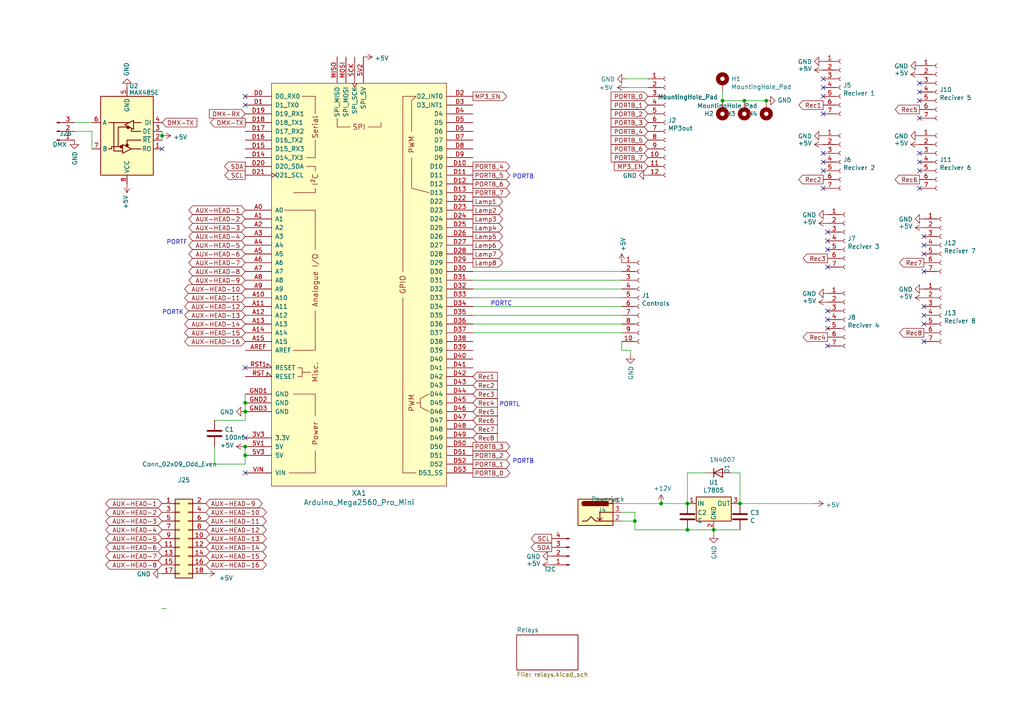
<source format=kicad_sch>
(kicad_sch (version 20230121) (generator eeschema)
  (paper "A4")
  (title_block (title "Quiz Buzzer") (date "2023-04-04") (rev "V0.1.3") (company "Tobin Stage") (comment 1 "By TwinTurbo"))
  (lib_symbols
    (symbol "Connector:Barrel_Jack_Switch" (pin_names hide)
      (property "Reference" "J" (at 0 5.334 0))
      (property "Value" "Barrel_Jack_Switch" (at 0 -5.08 0))
      (symbol "Barrel_Jack_Switch_1_1"
        (pin passive line (at 7.62 2.54 180) (length 2.54) (name "~") (number "1"))
        (pin passive line (at 7.62 -2.54 180) (length 2.54) (name "~") (number "2"))
        (pin passive line (at 7.62 0 180) (length 2.54) (name "~") (number "3"))
      )
    )
    (symbol "Connector:Conn_01x03_Pin" (pin_names (offset 1.016) hide)
      (property "Reference" "J" (at 0 5.08 0))
      (property "Value" "Conn_01x03_Pin" (at 0 -5.08 0))
      (symbol "Conn_01x03_Pin_1_1"
        (pin passive line (at 5.08 2.54 180) (length 3.81) (name "Pin_1") (number "1"))
        (pin passive line (at 5.08 0 180) (length 3.81) (name "Pin_2") (number "2"))
        (pin passive line (at 5.08 -2.54 180) (length 3.81) (name "Pin_3") (number "3"))
      )
    )
    (symbol "Connector:Conn_01x04_Pin" (pin_names (offset 1.016) hide)
      (property "Reference" "J" (at 0 5.08 0))
      (property "Value" "Conn_01x04_Pin" (at 0 -7.62 0))
      (symbol "Conn_01x04_Pin_1_1"
        (pin passive line (at 5.08 2.54 180) (length 3.81) (name "Pin_1") (number "1"))
        (pin passive line (at 5.08 0 180) (length 3.81) (name "Pin_2") (number "2"))
        (pin passive line (at 5.08 -2.54 180) (length 3.81) (name "Pin_3") (number "3"))
        (pin passive line (at 5.08 -5.08 180) (length 3.81) (name "Pin_4") (number "4"))
      )
    )
    (symbol "Connector_Generic:Conn_02x09_Odd_Even" (pin_names (offset 1.016) hide)
      (property "Reference" "J" (at 1.27 12.7 0))
      (property "Value" "Conn_02x09_Odd_Even" (at 1.27 -12.7 0))
      (symbol "Conn_02x09_Odd_Even_1_1"
        (pin passive line (at -5.08 10.16 0) (length 3.81) (name "Pin_1") (number "1"))
        (pin passive line (at 7.62 0 180) (length 3.81) (name "Pin_10") (number "10"))
        (pin passive line (at -5.08 -2.54 0) (length 3.81) (name "Pin_11") (number "11"))
        (pin passive line (at 7.62 -2.54 180) (length 3.81) (name "Pin_12") (number "12"))
        (pin passive line (at -5.08 -5.08 0) (length 3.81) (name "Pin_13") (number "13"))
        (pin passive line (at 7.62 -5.08 180) (length 3.81) (name "Pin_14") (number "14"))
        (pin passive line (at -5.08 -7.62 0) (length 3.81) (name "Pin_15") (number "15"))
        (pin passive line (at 7.62 -7.62 180) (length 3.81) (name "Pin_16") (number "16"))
        (pin passive line (at -5.08 -10.16 0) (length 3.81) (name "Pin_17") (number "17"))
        (pin passive line (at 7.62 -10.16 180) (length 3.81) (name "Pin_18") (number "18"))
        (pin passive line (at 7.62 10.16 180) (length 3.81) (name "Pin_2") (number "2"))
        (pin passive line (at -5.08 7.62 0) (length 3.81) (name "Pin_3") (number "3"))
        (pin passive line (at 7.62 7.62 180) (length 3.81) (name "Pin_4") (number "4"))
        (pin passive line (at -5.08 5.08 0) (length 3.81) (name "Pin_5") (number "5"))
        (pin passive line (at 7.62 5.08 180) (length 3.81) (name "Pin_6") (number "6"))
        (pin passive line (at -5.08 2.54 0) (length 3.81) (name "Pin_7") (number "7"))
        (pin passive line (at 7.62 2.54 180) (length 3.81) (name "Pin_8") (number "8"))
        (pin passive line (at -5.08 0 0) (length 3.81) (name "Pin_9") (number "9"))
      )
    )
    (symbol "Device:C" (pin_numbers hide) (pin_names (offset 0.254))
      (property "Reference" "C" (at 0.635 2.54 0))
      (property "Value" "C" (at 0.635 -2.54 0))
      (symbol "C_1_1"
        (pin passive line (at 0 3.81 270) (length 2.794) (name "~") (number "1"))
        (pin passive line (at 0 -3.81 90) (length 2.794) (name "~") (number "2"))
      )
    )
    (symbol "Diode:1N4007" (pin_numbers hide) (pin_names hide)
      (property "Reference" "D" (at 0 2.54 0))
      (property "Value" "1N4007" (at 0 -2.54 0))
      (symbol "1N4007_1_1"
        (pin passive line (at -3.81 0 0) (length 2.54) (name "K") (number "1"))
        (pin passive line (at 3.81 0 180) (length 2.54) (name "A") (number "2"))
      )
    )
    (symbol "Interface_UART:MAX485E"
      (property "Reference" "U" (at -6.096 11.43 0))
      (property "Value" "MAX485E" (at 0.762 11.43 0))
      (symbol "MAX485E_1_1"
        (pin output line (at -10.16 2.54 0) (length 2.54) (name "RO") (number "1"))
        (pin input line (at -10.16 0 0) (length 2.54) (name "~{RE}") (number "2"))
        (pin input line (at -10.16 -2.54 0) (length 2.54) (name "DE") (number "3"))
        (pin input line (at -10.16 -5.08 0) (length 2.54) (name "DI") (number "4"))
        (pin power_in line (at 0 -15.24 90) (length 2.54) (name "GND") (number "5"))
        (pin bidirectional line (at 10.16 -5.08 180) (length 2.54) (name "A") (number "6"))
        (pin bidirectional line (at 10.16 2.54 180) (length 2.54) (name "B") (number "7"))
        (pin power_in line (at 0 12.7 270) (length 2.54) (name "VCC") (number "8"))
      )
    )
    (symbol "Mechanical:MountingHole_Pad" (pin_numbers hide) (pin_names (offset 1.016) hide)
      (property "Reference" "H" (at 0 6.35 0))
      (property "Value" "MountingHole_Pad" (at 0 4.445 0))
      (symbol "MountingHole_Pad_1_1"
        (pin input line (at 0 -2.54 90) (length 2.54) (name "1") (number "1"))
      )
    )
    (symbol "Regulator_Linear:L7805" (pin_names (offset 0.254))
      (property "Reference" "U" (at -3.81 3.175 0))
      (property "Value" "L7805" (at 0 3.175 0))
      (symbol "L7805_1_1"
        (pin power_in line (at -7.62 0 0) (length 2.54) (name "IN") (number "1"))
        (pin power_in line (at 0 -7.62 90) (length 2.54) (name "GND") (number "2"))
        (pin power_out line (at 7.62 0 180) (length 2.54) (name "OUT") (number "3"))
      )
    )
    (symbol "power:+12V" (power) (pin_names (offset 0))
      (property "Value" "+12V" (at 0 3.556 0))
      (symbol "+12V_1_1"
        (pin power_in line (at 0 0 90) (length 0) hide (name "+12V") (number "1"))
      )
    )
    (symbol "power:+5V" (power) (pin_names (offset 0))
      (property "Value" "+5V" (at 0 3.556 0))
      (symbol "+5V_1_1"
        (pin power_in line (at 0 0 90) (length 0) hide (name "+5V") (number "1"))
      )
    )
    (symbol "power:GND" (power) (pin_names (offset 0))
      (property "Value" "GND" (at 0 -3.81 0))
      (symbol "GND_1_1"
        (pin power_in line (at 0 0 270) (length 0) hide (name "GND") (number "1"))
      )
    )
    (symbol "quizbuzzer-rescue:Arduino_Mega2560_Pro_Mini-AA-ROBSCH" (pin_names (offset 1.016))
      (property "Reference" "XA1" (at 0 -60.4774 0))
      (property "Value" "Arduino_Mega2560_Pro_Mini" (at 0 -63.1698 0))
      (symbol "Arduino_Mega2560_Pro_Mini-AA-ROBSCH_0_0"
        (text "Analogue I/O" (at -12.7 1.27 900) (effects (font (size 1.524 1.524))))
        (text "I²C" (at -12.7 30.48 900) (effects (font (size 1.524 1.524))))
        (text "Misc." (at -12.7 -25.4 900) (effects (font (size 1.524 1.524))))
        (text "Power" (at -12.7 -43.18 900) (effects (font (size 1.524 1.524))))
        (text "PWM" (at 15.24 -34.29 900) (effects (font (size 1.524 1.524))))
        (text "PWM" (at 15.24 40.64 900) (effects (font (size 1.524 1.524))))
        (text "Serial" (at -12.7 45.72 900) (effects (font (size 1.524 1.524))))
        (text "SPI" (at 0 45.72 0) (effects (font (size 1.524 1.524))))
      )
      (symbol "Arduino_Mega2560_Pro_Mini-AA-ROBSCH_1_0"
        (text "GPIO" (at 12.7 0 900) (effects (font (size 1.524 1.524))))
      )
      (symbol "Arduino_Mega2560_Pro_Mini-AA-ROBSCH_1_1"
        (pin power_in line (at -33.02 -44.45 0) (length 7.62) (name "3.3V") (number "3V3"))
        (pin power_in line (at -33.02 -46.99 0) (length 7.62) (name "5V") (number "5V1"))
        (pin power_in line (at 1.27 66.04 270) (length 7.62) (name "SPI_5V") (number "5V2"))
        (pin power_in line (at -33.02 -49.53 0) (length 7.62) (name "5V") (number "5V3"))
        (pin bidirectional line (at -33.02 21.59 0) (length 7.62) (name "A0") (number "A0"))
        (pin bidirectional line (at -33.02 19.05 0) (length 7.62) (name "A1") (number "A1"))
        (pin bidirectional line (at -33.02 -3.81 0) (length 7.62) (name "A10") (number "A10"))
        (pin bidirectional line (at -33.02 -6.35 0) (length 7.62) (name "A11") (number "A11"))
        (pin bidirectional line (at -33.02 -8.89 0) (length 7.62) (name "A12") (number "A12"))
        (pin bidirectional line (at -33.02 -11.43 0) (length 7.62) (name "A13") (number "A13"))
        (pin bidirectional line (at -33.02 -13.97 0) (length 7.62) (name "A14") (number "A14"))
        (pin bidirectional line (at -33.02 -16.51 0) (length 7.62) (name "A15") (number "A15"))
        (pin bidirectional line (at -33.02 16.51 0) (length 7.62) (name "A2") (number "A2"))
        (pin bidirectional line (at -33.02 13.97 0) (length 7.62) (name "A3") (number "A3"))
        (pin bidirectional line (at -33.02 11.43 0) (length 7.62) (name "A4") (number "A4"))
        (pin bidirectional line (at -33.02 8.89 0) (length 7.62) (name "A5") (number "A5"))
        (pin bidirectional line (at -33.02 6.35 0) (length 7.62) (name "A6") (number "A6"))
        (pin bidirectional line (at -33.02 3.81 0) (length 7.62) (name "A7") (number "A7"))
        (pin bidirectional line (at -33.02 1.27 0) (length 7.62) (name "A8") (number "A8"))
        (pin bidirectional line (at -33.02 -1.27 0) (length 7.62) (name "A9") (number "A9"))
        (pin input line (at -33.02 -19.05 0) (length 7.62) (name "AREF") (number "AREF"))
        (pin bidirectional line (at -33.02 54.61 0) (length 7.62) (name "D0_RX0") (number "D0"))
        (pin bidirectional line (at -33.02 52.07 0) (length 7.62) (name "D1_TX0") (number "D1"))
        (pin bidirectional line (at 33.02 34.29 180) (length 7.62) (name "D10") (number "D10"))
        (pin bidirectional line (at 33.02 31.75 180) (length 7.62) (name "D11") (number "D11"))
        (pin bidirectional line (at 33.02 29.21 180) (length 7.62) (name "D12") (number "D12"))
        (pin bidirectional line (at 33.02 26.67 180) (length 7.62) (name "D13") (number "D13"))
        (pin bidirectional line (at -33.02 36.83 0) (length 7.62) (name "D14_TX3") (number "D14"))
        (pin bidirectional line (at -33.02 39.37 0) (length 7.62) (name "D15_RX3") (number "D15"))
        (pin bidirectional line (at -33.02 41.91 0) (length 7.62) (name "D16_TX2") (number "D16"))
        (pin bidirectional line (at -33.02 44.45 0) (length 7.62) (name "D17_RX2") (number "D17"))
        (pin bidirectional line (at -33.02 46.99 0) (length 7.62) (name "D18_TX1") (number "D18"))
        (pin bidirectional line (at -33.02 49.53 0) (length 7.62) (name "D19_RX1") (number "D19"))
        (pin bidirectional line (at 33.02 54.61 180) (length 7.62) (name "D2_INT0") (number "D2"))
        (pin bidirectional line (at -33.02 34.29 0) (length 7.62) (name "D20_SDA") (number "D20"))
        (pin bidirectional clock (at -33.02 31.75 0) (length 7.62) (name "D21_SCL") (number "D21"))
        (pin bidirectional line (at 33.02 24.13 180) (length 7.62) (name "D22") (number "D22"))
        (pin bidirectional line (at 33.02 21.59 180) (length 7.62) (name "D23") (number "D23"))
        (pin bidirectional line (at 33.02 19.05 180) (length 7.62) (name "D24") (number "D24"))
        (pin bidirectional line (at 33.02 16.51 180) (length 7.62) (name "D25") (number "D25"))
        (pin bidirectional line (at 33.02 13.97 180) (length 7.62) (name "D26") (number "D26"))
        (pin bidirectional line (at 33.02 11.43 180) (length 7.62) (name "D27") (number "D27"))
        (pin bidirectional line (at 33.02 8.89 180) (length 7.62) (name "D28") (number "D28"))
        (pin bidirectional line (at 33.02 6.35 180) (length 7.62) (name "D29") (number "D29"))
        (pin bidirectional line (at 33.02 52.07 180) (length 7.62) (name "D3_INT1") (number "D3"))
        (pin bidirectional line (at 33.02 3.81 180) (length 7.62) (name "D30") (number "D30"))
        (pin bidirectional line (at 33.02 1.27 180) (length 7.62) (name "D31") (number "D31"))
        (pin bidirectional line (at 33.02 -1.27 180) (length 7.62) (name "D32") (number "D32"))
        (pin bidirectional line (at 33.02 -3.81 180) (length 7.62) (name "D33") (number "D33"))
        (pin bidirectional line (at 33.02 -6.35 180) (length 7.62) (name "D34") (number "D34"))
        (pin bidirectional line (at 33.02 -8.89 180) (length 7.62) (name "D35") (number "D35"))
        (pin bidirectional line (at 33.02 -11.43 180) (length 7.62) (name "D36") (number "D36"))
        (pin bidirectional line (at 33.02 -13.97 180) (length 7.62) (name "D37") (number "D37"))
        (pin bidirectional line (at 33.02 -16.51 180) (length 7.62) (name "D38") (number "D38"))
        (pin bidirectional line (at 33.02 -19.05 180) (length 7.62) (name "D39") (number "D39"))
        (pin bidirectional line (at 33.02 49.53 180) (length 7.62) (name "D4") (number "D4"))
        (pin bidirectional line (at 33.02 -21.59 180) (length 7.62) (name "D40") (number "D40"))
        (pin bidirectional line (at 33.02 -24.13 180) (length 7.62) (name "D41") (number "D41"))
        (pin bidirectional line (at 33.02 -26.67 180) (length 7.62) (name "D42") (number "D42"))
        (pin bidirectional line (at 33.02 -29.21 180) (length 7.62) (name "D43") (number "D43"))
        (pin bidirectional line (at 33.02 -31.75 180) (length 7.62) (name "D44") (number "D44"))
        (pin bidirectional line (at 33.02 -34.29 180) (length 7.62) (name "D45") (number "D45"))
        (pin bidirectional line (at 33.02 -36.83 180) (length 7.62) (name "D46") (number "D46"))
        (pin bidirectional line (at 33.02 -39.37 180) (length 7.62) (name "D47") (number "D47"))
        (pin bidirectional line (at 33.02 -41.91 180) (length 7.62) (name "D48") (number "D48"))
        (pin bidirectional line (at 33.02 -44.45 180) (length 7.62) (name "D49") (number "D49"))
        (pin bidirectional line (at 33.02 46.99 180) (length 7.62) (name "D5") (number "D5"))
        (pin bidirectional line (at 33.02 -46.99 180) (length 7.62) (name "D50") (number "D50"))
        (pin bidirectional line (at 33.02 -49.53 180) (length 7.62) (name "D51") (number "D51"))
        (pin bidirectional line (at 33.02 -52.07 180) (length 7.62) (name "D52") (number "D52"))
        (pin bidirectional line (at 33.02 -54.61 180) (length 7.62) (name "D53_SS") (number "D53"))
        (pin bidirectional line (at 33.02 44.45 180) (length 7.62) (name "D6") (number "D6"))
        (pin bidirectional line (at 33.02 41.91 180) (length 7.62) (name "D7") (number "D7"))
        (pin bidirectional line (at 33.02 39.37 180) (length 7.62) (name "D8") (number "D8"))
        (pin bidirectional line (at 33.02 36.83 180) (length 7.62) (name "D9") (number "D9"))
        (pin power_in line (at -33.02 -31.75 0) (length 7.62) (name "GND") (number "GND1"))
        (pin power_in line (at -33.02 -34.29 0) (length 7.62) (name "GND") (number "GND2"))
        (pin power_in line (at -33.02 -36.83 0) (length 7.62) (name "GND") (number "GND3"))
        (pin input line (at -6.35 66.04 270) (length 7.62) (name "SPI_MISO") (number "MISO"))
        (pin output line (at -3.81 66.04 270) (length 7.62) (name "SPI_MOSI") (number "MOSI"))
        (pin open_collector input_low (at -33.02 -26.67 0) (length 7.62) (name "RESET") (number "RST"))
        (pin open_collector input_low (at -33.02 -24.13 0) (length 7.62) (name "RESET") (number "RST1"))
        (pin output clock (at -1.27 66.04 270) (length 7.62) (name "SPI_SCK") (number "SCK"))
        (pin power_in line (at -33.02 -54.61 0) (length 7.62) (name "VIN") (number "VIN"))
      )
    )
    (symbol "quizbuzzer-rescue:Conn_01x07_Female-Connector" (pin_names (offset 1.016) hide)
      (property "Reference" "J" (at 0 10.16 0))
      (property "Value" "Connector_Conn_01x07_Female" (at 0 -10.16 0))
      (symbol "Conn_01x07_Female-Connector_1_1"
        (pin passive line (at -5.08 7.62 0) (length 3.81) (name "Pin_1") (number "1"))
        (pin passive line (at -5.08 5.08 0) (length 3.81) (name "Pin_2") (number "2"))
        (pin passive line (at -5.08 2.54 0) (length 3.81) (name "Pin_3") (number "3"))
        (pin passive line (at -5.08 0 0) (length 3.81) (name "Pin_4") (number "4"))
        (pin passive line (at -5.08 -2.54 0) (length 3.81) (name "Pin_5") (number "5"))
        (pin passive line (at -5.08 -5.08 0) (length 3.81) (name "Pin_6") (number "6"))
        (pin passive line (at -5.08 -7.62 0) (length 3.81) (name "Pin_7") (number "7"))
      )
    )
    (symbol "quizbuzzer-rescue:Conn_01x10_Female-Connector" (pin_names (offset 1.016) hide)
      (property "Reference" "J" (at 0 12.7 0))
      (property "Value" "Connector_Conn_01x10_Female" (at 0 -15.24 0))
      (symbol "Conn_01x10_Female-Connector_1_1"
        (pin passive line (at -5.08 10.16 0) (length 3.81) (name "Pin_1") (number "1"))
        (pin passive line (at -5.08 -12.7 0) (length 3.81) (name "Pin_10") (number "10"))
        (pin passive line (at -5.08 7.62 0) (length 3.81) (name "Pin_2") (number "2"))
        (pin passive line (at -5.08 5.08 0) (length 3.81) (name "Pin_3") (number "3"))
        (pin passive line (at -5.08 2.54 0) (length 3.81) (name "Pin_4") (number "4"))
        (pin passive line (at -5.08 0 0) (length 3.81) (name "Pin_5") (number "5"))
        (pin passive line (at -5.08 -2.54 0) (length 3.81) (name "Pin_6") (number "6"))
        (pin passive line (at -5.08 -5.08 0) (length 3.81) (name "Pin_7") (number "7"))
        (pin passive line (at -5.08 -7.62 0) (length 3.81) (name "Pin_8") (number "8"))
        (pin passive line (at -5.08 -10.16 0) (length 3.81) (name "Pin_9") (number "9"))
      )
    )
    (symbol "quizbuzzer-rescue:Conn_01x12_Female-Connector" (pin_names (offset 1.016) hide)
      (property "Reference" "J" (at 0 15.24 0))
      (property "Value" "Connector_Conn_01x12_Female" (at 0 -17.78 0))
      (symbol "Conn_01x12_Female-Connector_1_1"
        (pin passive line (at -5.08 12.7 0) (length 3.81) (name "Pin_1") (number "1"))
        (pin passive line (at -5.08 -10.16 0) (length 3.81) (name "Pin_10") (number "10"))
        (pin passive line (at -5.08 -12.7 0) (length 3.81) (name "Pin_11") (number "11"))
        (pin passive line (at -5.08 -15.24 0) (length 3.81) (name "Pin_12") (number "12"))
        (pin passive line (at -5.08 10.16 0) (length 3.81) (name "Pin_2") (number "2"))
        (pin passive line (at -5.08 7.62 0) (length 3.81) (name "Pin_3") (number "3"))
        (pin passive line (at -5.08 5.08 0) (length 3.81) (name "Pin_4") (number "4"))
        (pin passive line (at -5.08 2.54 0) (length 3.81) (name "Pin_5") (number "5"))
        (pin passive line (at -5.08 0 0) (length 3.81) (name "Pin_6") (number "6"))
        (pin passive line (at -5.08 -2.54 0) (length 3.81) (name "Pin_7") (number "7"))
        (pin passive line (at -5.08 -5.08 0) (length 3.81) (name "Pin_8") (number "8"))
        (pin passive line (at -5.08 -7.62 0) (length 3.81) (name "Pin_9") (number "9"))
      )
    )
  )
  (junction (at 46.99 39.37))
  (junction (at 71.12 119.38))
  (junction (at 209.55 29.21))
  (junction (at 214.63 146.05))
  (junction (at 71.12 129.54))
  (junction (at 215.9 29.21))
  (junction (at 71.12 132.08))
  (junction (at 222.25 29.21))
  (junction (at 199.39 153.67))
  (junction (at 191.77 146.05))
  (junction (at 207.01 153.67))
  (junction (at 199.39 146.05))
  (junction (at 71.12 116.84))
  (junction (at 184.15 151.13))
  (no_connect (at 267.97 73.66))
  (no_connect (at 266.7 29.21))
  (no_connect (at 266.7 26.67))
  (no_connect (at 71.12 27.94))
  (no_connect (at 238.76 46.99))
  (no_connect (at 238.76 22.86))
  (no_connect (at 266.7 49.53))
  (no_connect (at 71.12 137.16))
  (no_connect (at 238.76 25.4))
  (no_connect (at 266.7 34.29))
  (no_connect (at 266.7 46.99))
  (no_connect (at 240.03 67.31))
  (no_connect (at 240.03 72.39))
  (no_connect (at 266.7 44.45))
  (no_connect (at 238.76 27.94))
  (no_connect (at 267.97 68.58))
  (no_connect (at 71.12 30.48))
  (no_connect (at 240.03 90.17))
  (no_connect (at 238.76 44.45))
  (no_connect (at 238.76 54.61))
  (no_connect (at 267.97 88.9))
  (no_connect (at 266.7 54.61))
  (no_connect (at 71.12 127))
  (no_connect (at 46.99 43.18))
  (no_connect (at 240.03 92.71))
  (no_connect (at 240.03 69.85))
  (no_connect (at 267.97 78.74))
  (no_connect (at 238.76 33.02))
  (no_connect (at 240.03 95.25))
  (no_connect (at 267.97 99.06))
  (no_connect (at 267.97 91.44))
  (no_connect (at 71.12 106.68))
  (no_connect (at 240.03 77.47))
  (no_connect (at 238.76 49.53))
  (no_connect (at 267.97 93.98))
  (no_connect (at 266.7 24.13))
  (no_connect (at 267.97 71.12))
  (no_connect (at 240.03 100.33))
  (wire (pts (xy 62.23 121.92) (xy 71.12 121.92)))
  (wire (pts (xy 26.67 38.1) (xy 26.67 43.18)))
  (wire (pts (xy 207.01 153.67) (xy 214.63 153.67)))
  (wire (pts (xy 71.12 116.84) (xy 71.12 119.38)))
  (wire (pts (xy 215.9 29.21) (xy 222.25 29.21)))
  (wire (pts (xy 180.34 148.59) (xy 184.15 148.59)))
  (wire (pts (xy 180.34 146.05) (xy 191.77 146.05)))
  (wire (pts (xy 71.12 132.08) (xy 71.12 134.62)))
  (wire (pts (xy 184.15 153.67) (xy 199.39 153.67)))
  (wire (pts (xy 137.16 86.36) (xy 180.34 86.36)))
  (wire (pts (xy 187.96 22.86) (xy 181.61 22.86)))
  (wire (pts (xy 21.59 35.56) (xy 26.67 35.56)))
  (wire (pts (xy 21.59 38.1) (xy 26.67 38.1)))
  (wire (pts (xy 71.12 129.54) (xy 71.12 132.08)))
  (wire (pts (xy 137.16 88.9) (xy 180.34 88.9)))
  (wire (pts (xy 184.15 148.59) (xy 184.15 151.13)))
  (wire (pts (xy 184.15 151.13) (xy 184.15 153.67)))
  (wire (pts (xy 180.34 99.06) (xy 180.34 101.6)))
  (wire (pts (xy 214.63 137.16) (xy 214.63 146.05)))
  (wire (pts (xy 46.99 39.37) (xy 46.99 40.64)))
  (wire (pts (xy 48.26 176.53) (xy 46.99 176.53)))
  (wire (pts (xy 214.63 146.05) (xy 236.22 146.05)))
  (wire (pts (xy 137.16 83.82) (xy 180.34 83.82)))
  (wire (pts (xy 199.39 137.16) (xy 199.39 146.05)))
  (wire (pts (xy 71.12 119.38) (xy 71.12 121.92)))
  (wire (pts (xy 137.16 78.74) (xy 180.34 78.74)))
  (wire (pts (xy 209.55 29.21) (xy 215.9 29.21)))
  (wire (pts (xy 180.34 151.13) (xy 184.15 151.13)))
  (wire (pts (xy 62.23 129.54) (xy 62.23 134.62)))
  (wire (pts (xy 137.16 96.52) (xy 180.34 96.52)))
  (wire (pts (xy 187.96 25.4) (xy 181.61 25.4)))
  (wire (pts (xy 204.47 137.16) (xy 199.39 137.16)))
  (wire (pts (xy 46.99 38.1) (xy 46.99 39.37)))
  (wire (pts (xy 191.77 146.05) (xy 199.39 146.05)))
  (wire (pts (xy 209.55 26.67) (xy 209.55 29.21)))
  (wire (pts (xy 137.16 81.28) (xy 180.34 81.28)))
  (wire (pts (xy 137.16 91.44) (xy 180.34 91.44)))
  (wire (pts (xy 182.88 101.6) (xy 182.88 102.87)))
  (wire (pts (xy 62.23 134.62) (xy 71.12 134.62)))
  (wire (pts (xy 58.42 148.59) (xy 59.69 148.59)))
  (wire (pts (xy 199.39 153.67) (xy 207.01 153.67)))
  (wire (pts (xy 137.16 93.98) (xy 180.34 93.98)))
  (wire (pts (xy 180.34 101.6) (xy 182.88 101.6)))
  (wire (pts (xy 212.09 137.16) (xy 214.63 137.16)))
  (wire (pts (xy 57.15 151.13) (xy 59.69 151.13)))
  (wire (pts (xy 71.12 114.3) (xy 71.12 116.84)))
  (wire (pts (xy 207.01 153.67) (xy 207.01 154.94)))
  (text "PORTF" (at 48.26 71.12 0) (effects (font (size 1.27 1.27)) (justify left bottom)))
  (text "PORTB" (at 148.59 52.07 0) (effects (font (size 1.27 1.27)) (justify left bottom)))
  (text "PORTB" (at 148.59 134.62 0) (effects (font (size 1.27 1.27)) (justify left bottom)))
  (text "PORTK" (at 46.99 91.44 0) (effects (font (size 1.27 1.27)) (justify left bottom)))
  (text "PORTL" (at 144.78 118.11 0) (effects (font (size 1.27 1.27)) (justify left bottom)))
  (text "PORTC" (at 142.24 88.9 0) (effects (font (size 1.27 1.27)) (justify left bottom)))
  (global_label "Lamp2" (shape output) (at 137.16 60.96 0) (property "Intersheetrefs" "${INTERSHEET_REFS}" (effects hide)))
  (global_label "DMX-RX" (shape input) (at 71.12 33.02 180) (property "Intersheetrefs" "${INTERSHEET_REFS}" (effects hide)))
  (global_label "Lamp8" (shape output) (at 137.16 76.2 0) (property "Intersheetrefs" "${INTERSHEET_REFS}" (effects hide)))
  (global_label "PORTB_3" (shape output) (at 137.16 129.54 0) (property "Intersheetrefs" "${INTERSHEET_REFS}" (effects hide)))
  (global_label "AUX-HEAD-7" (shape bidirectional) (at 46.99 161.29 180) (property "Intersheetrefs" "${INTERSHEET_REFS}" (effects hide)))
  (global_label "Rec2" (shape input) (at 137.16 111.76 0) (property "Intersheetrefs" "${INTERSHEET_REFS}" (effects hide)))
  (global_label "Lamp5" (shape output) (at 137.16 68.58 0) (property "Intersheetrefs" "${INTERSHEET_REFS}" (effects hide)))
  (global_label "AUX-HEAD-2" (shape bidirectional) (at 46.99 148.59 180) (property "Intersheetrefs" "${INTERSHEET_REFS}" (effects hide)))
  (global_label "AUX-HEAD-12" (shape bidirectional) (at 59.69 153.67 0) (property "Intersheetrefs" "${INTERSHEET_REFS}" (effects hide)))
  (global_label "AUX-HEAD-8" (shape bidirectional) (at 46.99 163.83 180) (property "Intersheetrefs" "${INTERSHEET_REFS}" (effects hide)))
  (global_label "PORTB_0" (shape input) (at 187.96 27.94 180) (property "Intersheetrefs" "${INTERSHEET_REFS}" (effects hide)))
  (global_label "AUX-HEAD-15" (shape bidirectional) (at 59.69 161.29 0) (property "Intersheetrefs" "${INTERSHEET_REFS}" (effects hide)))
  (global_label "PORTB_2" (shape output) (at 137.16 132.08 0) (property "Intersheetrefs" "${INTERSHEET_REFS}" (effects hide)))
  (global_label "AUX-HEAD-11" (shape bidirectional) (at 59.69 151.13 0) (property "Intersheetrefs" "${INTERSHEET_REFS}" (effects hide)))
  (global_label "Rec3" (shape input) (at 137.16 114.3 0) (property "Intersheetrefs" "${INTERSHEET_REFS}" (effects hide)))
  (global_label "AUX-HEAD-14" (shape bidirectional) (at 59.69 158.75 0) (property "Intersheetrefs" "${INTERSHEET_REFS}" (effects hide)))
  (global_label "PORTB_5" (shape input) (at 187.96 40.64 180) (property "Intersheetrefs" "${INTERSHEET_REFS}" (effects hide)))
  (global_label "Lamp6" (shape output) (at 137.16 71.12 0) (property "Intersheetrefs" "${INTERSHEET_REFS}" (effects hide)))
  (global_label "Rec1" (shape output) (at 238.76 30.48 180) (property "Intersheetrefs" "${INTERSHEET_REFS}" (effects hide)))
  (global_label "Rec7" (shape input) (at 137.16 124.46 0) (property "Intersheetrefs" "${INTERSHEET_REFS}" (effects hide)))
  (global_label "Rec7" (shape output) (at 267.97 76.2 180) (property "Intersheetrefs" "${INTERSHEET_REFS}" (effects hide)))
  (global_label "AUX-HEAD-14" (shape bidirectional) (at 71.12 93.98 180) (property "Intersheetrefs" "${INTERSHEET_REFS}" (effects hide)))
  (global_label "SDA" (shape output) (at 71.12 48.26 180) (property "Intersheetrefs" "${INTERSHEET_REFS}" (effects hide)))
  (global_label "AUX-HEAD-4" (shape bidirectional) (at 46.99 153.67 180) (property "Intersheetrefs" "${INTERSHEET_REFS}" (effects hide)))
  (global_label "AUX-HEAD-8" (shape bidirectional) (at 71.12 78.74 180) (property "Intersheetrefs" "${INTERSHEET_REFS}" (effects hide)))
  (global_label "AUX-HEAD-4" (shape bidirectional) (at 71.12 68.58 180) (property "Intersheetrefs" "${INTERSHEET_REFS}" (effects hide)))
  (global_label "PORTB_1" (shape output) (at 137.16 134.62 0) (property "Intersheetrefs" "${INTERSHEET_REFS}" (effects hide)))
  (global_label "PORTB_1" (shape input) (at 187.96 30.48 180) (property "Intersheetrefs" "${INTERSHEET_REFS}" (effects hide)))
  (global_label "AUX-HEAD-1" (shape bidirectional) (at 71.12 60.96 180) (property "Intersheetrefs" "${INTERSHEET_REFS}" (effects hide)))
  (global_label "DMX-TX" (shape input) (at 46.99 35.56 0) (property "Intersheetrefs" "${INTERSHEET_REFS}" (effects hide)))
  (global_label "AUX-HEAD-16" (shape bidirectional) (at 71.12 99.06 180) (property "Intersheetrefs" "${INTERSHEET_REFS}" (effects hide)))
  (global_label "SCL" (shape output) (at 71.12 50.8 180) (property "Intersheetrefs" "${INTERSHEET_REFS}" (effects hide)))
  (global_label "Rec4" (shape output) (at 240.03 97.79 180) (property "Intersheetrefs" "${INTERSHEET_REFS}" (effects hide)))
  (global_label "AUX-HEAD-12" (shape bidirectional) (at 71.12 88.9 180) (property "Intersheetrefs" "${INTERSHEET_REFS}" (effects hide)))
  (global_label "Rec6" (shape output) (at 266.7 52.07 180) (property "Intersheetrefs" "${INTERSHEET_REFS}" (effects hide)))
  (global_label "Rec5" (shape output) (at 266.7 31.75 180) (property "Intersheetrefs" "${INTERSHEET_REFS}" (effects hide)))
  (global_label "Lamp3" (shape output) (at 137.16 63.5 0) (property "Intersheetrefs" "${INTERSHEET_REFS}" (effects hide)))
  (global_label "AUX-HEAD-5" (shape bidirectional) (at 46.99 156.21 180) (property "Intersheetrefs" "${INTERSHEET_REFS}" (effects hide)))
  (global_label "MP3_EN" (shape input) (at 187.96 48.26 180) (property "Intersheetrefs" "${INTERSHEET_REFS}" (effects hide)))
  (global_label "Rec8" (shape output) (at 267.97 96.52 180) (property "Intersheetrefs" "${INTERSHEET_REFS}" (effects hide)))
  (global_label "PORTB_4" (shape output) (at 137.16 48.26 0) (property "Intersheetrefs" "${INTERSHEET_REFS}" (effects hide)))
  (global_label "PORTB_3" (shape input) (at 187.96 35.56 180) (property "Intersheetrefs" "${INTERSHEET_REFS}" (effects hide)))
  (global_label "PORTB_2" (shape input) (at 187.96 33.02 180) (property "Intersheetrefs" "${INTERSHEET_REFS}" (effects hide)))
  (global_label "Rec2" (shape output) (at 238.76 52.07 180) (property "Intersheetrefs" "${INTERSHEET_REFS}" (effects hide)))
  (global_label "AUX-HEAD-15" (shape bidirectional) (at 71.12 96.52 180) (property "Intersheetrefs" "${INTERSHEET_REFS}" (effects hide)))
  (global_label "AUX-HEAD-2" (shape bidirectional) (at 71.12 63.5 180) (property "Intersheetrefs" "${INTERSHEET_REFS}" (effects hide)))
  (global_label "AUX-HEAD-7" (shape bidirectional) (at 71.12 76.2 180) (property "Intersheetrefs" "${INTERSHEET_REFS}" (effects hide)))
  (global_label "Rec8" (shape input) (at 137.16 127 0) (property "Intersheetrefs" "${INTERSHEET_REFS}" (effects hide)))
  (global_label "AUX-HEAD-10" (shape bidirectional) (at 59.69 148.59 0) (property "Intersheetrefs" "${INTERSHEET_REFS}" (effects hide)))
  (global_label "AUX-HEAD-9" (shape bidirectional) (at 71.12 81.28 180) (property "Intersheetrefs" "${INTERSHEET_REFS}" (effects hide)))
  (global_label "AUX-HEAD-16" (shape bidirectional) (at 59.69 163.83 0) (property "Intersheetrefs" "${INTERSHEET_REFS}" (effects hide)))
  (global_label "AUX-HEAD-11" (shape bidirectional) (at 71.12 86.36 180) (property "Intersheetrefs" "${INTERSHEET_REFS}" (effects hide)))
  (global_label "PORTB_5" (shape output) (at 137.16 50.8 0) (property "Intersheetrefs" "${INTERSHEET_REFS}" (effects hide)))
  (global_label "Rec1" (shape input) (at 137.16 109.22 0) (property "Intersheetrefs" "${INTERSHEET_REFS}" (effects hide)))
  (global_label "Rec4" (shape input) (at 137.16 116.84 0) (property "Intersheetrefs" "${INTERSHEET_REFS}" (effects hide)))
  (global_label "Rec5" (shape input) (at 137.16 119.38 0) (property "Intersheetrefs" "${INTERSHEET_REFS}" (effects hide)))
  (global_label "PORTB_7" (shape output) (at 137.16 55.88 0) (property "Intersheetrefs" "${INTERSHEET_REFS}" (effects hide)))
  (global_label "PORTB_7" (shape input) (at 187.96 45.72 180) (property "Intersheetrefs" "${INTERSHEET_REFS}" (effects hide)))
  (global_label "PORTB_6" (shape output) (at 137.16 53.34 0) (property "Intersheetrefs" "${INTERSHEET_REFS}" (effects hide)))
  (global_label "SCL" (shape output) (at 160.02 156.21 180) (property "Intersheetrefs" "${INTERSHEET_REFS}" (effects hide)))
  (global_label "Lamp4" (shape output) (at 137.16 66.04 0) (property "Intersheetrefs" "${INTERSHEET_REFS}" (effects hide)))
  (global_label "PORTB_0" (shape output) (at 137.16 137.16 0) (property "Intersheetrefs" "${INTERSHEET_REFS}" (effects hide)))
  (global_label "AUX-HEAD-5" (shape bidirectional) (at 71.12 71.12 180) (property "Intersheetrefs" "${INTERSHEET_REFS}" (effects hide)))
  (global_label "Lamp7" (shape output) (at 137.16 73.66 0) (property "Intersheetrefs" "${INTERSHEET_REFS}" (effects hide)))
  (global_label "SDA" (shape output) (at 160.02 158.75 180) (property "Intersheetrefs" "${INTERSHEET_REFS}" (effects hide)))
  (global_label "Rec6" (shape input) (at 137.16 121.92 0) (property "Intersheetrefs" "${INTERSHEET_REFS}" (effects hide)))
  (global_label "AUX-HEAD-3" (shape bidirectional) (at 46.99 151.13 180) (property "Intersheetrefs" "${INTERSHEET_REFS}" (effects hide)))
  (global_label "PORTB_4" (shape input) (at 187.96 38.1 180) (property "Intersheetrefs" "${INTERSHEET_REFS}" (effects hide)))
  (global_label "Lamp1" (shape output) (at 137.16 58.42 0) (property "Intersheetrefs" "${INTERSHEET_REFS}" (effects hide)))
  (global_label "DMX-TX" (shape output) (at 71.12 35.56 180) (property "Intersheetrefs" "${INTERSHEET_REFS}" (effects hide)))
  (global_label "AUX-HEAD-10" (shape bidirectional) (at 71.12 83.82 180) (property "Intersheetrefs" "${INTERSHEET_REFS}" (effects hide)))
  (global_label "AUX-HEAD-6" (shape bidirectional) (at 71.12 73.66 180) (property "Intersheetrefs" "${INTERSHEET_REFS}" (effects hide)))
  (global_label "AUX-HEAD-1" (shape bidirectional) (at 46.99 146.05 180) (property "Intersheetrefs" "${INTERSHEET_REFS}" (effects hide)))
  (global_label "AUX-HEAD-6" (shape bidirectional) (at 46.99 158.75 180) (property "Intersheetrefs" "${INTERSHEET_REFS}" (effects hide)))
  (global_label "AUX-HEAD-13" (shape bidirectional) (at 71.12 91.44 180) (property "Intersheetrefs" "${INTERSHEET_REFS}" (effects hide)))
  (global_label "AUX-HEAD-3" (shape bidirectional) (at 71.12 66.04 180) (property "Intersheetrefs" "${INTERSHEET_REFS}" (effects hide)))
  (global_label "MP3_EN" (shape output) (at 137.16 27.94 0) (property "Intersheetrefs" "${INTERSHEET_REFS}" (effects hide)))
  (global_label "Rec3" (shape output) (at 240.03 74.93 180) (property "Intersheetrefs" "${INTERSHEET_REFS}" (effects hide)))
  (global_label "PORTB_6" (shape input) (at 187.96 43.18 180) (property "Intersheetrefs" "${INTERSHEET_REFS}" (effects hide)))
  (global_label "AUX-HEAD-13" (shape bidirectional) (at 59.69 156.21 0) (property "Intersheetrefs" "${INTERSHEET_REFS}" (effects hide)))
  (global_label "AUX-HEAD-9" (shape bidirectional) (at 59.69 146.05 0) (property "Intersheetrefs" "${INTERSHEET_REFS}" (effects hide)))
  (symbol (lib_id "quizbuzzer-rescue:Conn_01x07_Female-Connector") (at 243.84 25.4 0) (unit 1)
    (property "Reference" "J5" (at 244.5512 24.7396 0) (effects (justify left)))
    (property "Value" "Reciver 1" (at 244.5512 27.051 0) (effects (justify left)))
    (property "Footprint" "Connector_PinSocket_2.54mm:PinSocket_1x07_P2.54mm_Vertical" (effects hide))
  )
  (symbol (lib_id "quizbuzzer-rescue:Conn_01x07_Female-Connector") (at 243.84 46.99 0) (unit 1)
    (property "Reference" "J6" (at 244.5512 46.3296 0) (effects (justify left)))
    (property "Value" "Reciver 2" (at 244.5512 48.641 0) (effects (justify left)))
    (property "Footprint" "Connector_PinSocket_2.54mm:PinSocket_1x07_P2.54mm_Vertical" (effects hide))
  )
  (symbol (lib_id "quizbuzzer-rescue:Conn_01x07_Female-Connector") (at 245.11 69.85 0) (unit 1)
    (property "Reference" "J7" (at 245.8212 69.1896 0) (effects (justify left)))
    (property "Value" "Reciver 3" (at 245.8212 71.501 0) (effects (justify left)))
    (property "Footprint" "Connector_PinSocket_2.54mm:PinSocket_1x07_P2.54mm_Vertical" (effects hide))
  )
  (symbol (lib_id "quizbuzzer-rescue:Conn_01x07_Female-Connector") (at 245.11 92.71 0) (unit 1)
    (property "Reference" "J8" (at 245.8212 92.0496 0) (effects (justify left)))
    (property "Value" "Reciver 4" (at 245.8212 94.361 0) (effects (justify left)))
    (property "Footprint" "Connector_PinSocket_2.54mm:PinSocket_1x07_P2.54mm_Vertical" (effects hide))
  )
  (symbol (lib_id "quizbuzzer-rescue:Conn_01x07_Female-Connector") (at 271.78 26.67 0) (unit 1)
    (property "Reference" "J10" (at 272.4912 26.0096 0) (effects (justify left)))
    (property "Value" "Reciver 5" (at 272.4912 28.321 0) (effects (justify left)))
    (property "Footprint" "Connector_PinSocket_2.54mm:PinSocket_1x07_P2.54mm_Vertical" (effects hide))
  )
  (symbol (lib_id "quizbuzzer-rescue:Conn_01x07_Female-Connector") (at 271.78 46.99 0) (unit 1)
    (property "Reference" "J11" (at 272.4912 46.3296 0) (effects (justify left)))
    (property "Value" "Reciver 6" (at 272.4912 48.641 0) (effects (justify left)))
    (property "Footprint" "Connector_PinSocket_2.54mm:PinSocket_1x07_P2.54mm_Vertical" (effects hide))
  )
  (symbol (lib_id "power:+5V") (at 238.76 20.32 90) (unit 1)
    (property "Reference" "#PWR015" (effects hide))
    (property "Value" "+5V" (at 235.5088 19.939 90) (effects (justify left)))
  )
  (symbol (lib_id "power:+5V") (at 238.76 41.91 90) (unit 1)
    (property "Reference" "#PWR016" (effects hide))
    (property "Value" "+5V" (at 235.5088 41.529 90) (effects (justify left)))
  )
  (symbol (lib_id "power:+5V") (at 240.03 64.77 90) (unit 1)
    (property "Reference" "#PWR018" (effects hide))
    (property "Value" "+5V" (at 236.7788 64.389 90) (effects (justify left)))
  )
  (symbol (lib_id "power:+5V") (at 240.03 87.63 90) (unit 1)
    (property "Reference" "#PWR020" (effects hide))
    (property "Value" "+5V" (at 236.7788 87.249 90) (effects (justify left)))
  )
  (symbol (lib_id "power:+5V") (at 266.7 21.59 90) (unit 1)
    (property "Reference" "#PWR024" (effects hide))
    (property "Value" "+5V" (at 263.4488 21.209 90) (effects (justify left)))
  )
  (symbol (lib_id "power:+5V") (at 266.7 41.91 90) (unit 1)
    (property "Reference" "#PWR026" (effects hide))
    (property "Value" "+5V" (at 263.4488 41.529 90) (effects (justify left)))
  )
  (symbol (lib_id "power:+5V") (at 71.12 129.54 90) (unit 1)
    (property "Reference" "#PWR05" (effects hide))
    (property "Value" "+5V" (at 67.8688 129.159 90) (effects (justify left)))
  )
  (symbol (lib_id "power:GND") (at 71.12 119.38 270) (unit 1)
    (property "Reference" "#PWR04" (effects hide))
    (property "Value" "GND" (at 67.8688 119.507 90) (effects (justify right)))
  )
  (symbol (lib_id "power:GND") (at 240.03 85.09 270) (unit 1)
    (property "Reference" "#PWR019" (effects hide))
    (property "Value" "GND" (at 236.7788 85.217 90) (effects (justify right)))
  )
  (symbol (lib_id "power:GND") (at 240.03 62.23 270) (unit 1)
    (property "Reference" "#PWR017" (effects hide))
    (property "Value" "GND" (at 236.7788 62.357 90) (effects (justify right)))
  )
  (symbol (lib_id "power:GND") (at 238.76 17.78 270) (unit 1)
    (property "Reference" "#PWR014" (effects hide))
    (property "Value" "GND" (at 235.5088 17.907 90) (effects (justify right)))
  )
  (symbol (lib_id "power:GND") (at 266.7 19.05 270) (unit 1)
    (property "Reference" "#PWR023" (effects hide))
    (property "Value" "GND" (at 263.4488 19.177 90) (effects (justify right)))
  )
  (symbol (lib_id "power:GND") (at 266.7 39.37 270) (unit 1)
    (property "Reference" "#PWR025" (effects hide))
    (property "Value" "GND" (at 263.4488 39.497 90) (effects (justify right)))
  )
  (symbol (lib_id "quizbuzzer-rescue:Conn_01x07_Female-Connector") (at 273.05 71.12 0) (unit 1)
    (property "Reference" "J12" (at 273.7612 70.4596 0) (effects (justify left)))
    (property "Value" "Reciver 7" (at 273.7612 72.771 0) (effects (justify left)))
    (property "Footprint" "Connector_PinSocket_2.54mm:PinSocket_1x07_P2.54mm_Vertical" (effects hide))
  )
  (symbol (lib_id "quizbuzzer-rescue:Conn_01x07_Female-Connector") (at 273.05 91.44 0) (unit 1)
    (property "Reference" "J13" (at 273.7612 90.7796 0) (effects (justify left)))
    (property "Value" "Reciver 8" (at 273.7612 93.091 0) (effects (justify left)))
    (property "Footprint" "Connector_PinSocket_2.54mm:PinSocket_1x07_P2.54mm_Vertical" (effects hide))
  )
  (symbol (lib_id "power:+5V") (at 267.97 66.04 90) (unit 1)
    (property "Reference" "#PWR028" (effects hide))
    (property "Value" "+5V" (at 264.7188 65.659 90) (effects (justify left)))
  )
  (symbol (lib_id "power:+5V") (at 267.97 86.36 90) (unit 1)
    (property "Reference" "#PWR030" (effects hide))
    (property "Value" "+5V" (at 264.7188 85.979 90) (effects (justify left)))
  )
  (symbol (lib_id "power:GND") (at 267.97 63.5 270) (unit 1)
    (property "Reference" "#PWR027" (effects hide))
    (property "Value" "GND" (at 264.7188 63.627 90) (effects (justify right)))
  )
  (symbol (lib_id "power:GND") (at 267.97 83.82 270) (unit 1)
    (property "Reference" "#PWR029" (effects hide))
    (property "Value" "GND" (at 264.7188 83.947 90) (effects (justify right)))
  )
  (symbol (lib_id "quizbuzzer-rescue:Conn_01x12_Female-Connector") (at 193.04 35.56 0) (unit 1)
    (property "Reference" "J2" (at 193.7512 34.8996 0) (effects (justify left)))
    (property "Value" "MP3out" (at 193.7512 37.211 0) (effects (justify left)))
    (property "Footprint" "Connector_PinSocket_2.54mm:PinSocket_1x12_P2.54mm_Vertical" (effects hide))
  )
  (symbol (lib_id "power:+5V") (at 181.61 25.4 90) (unit 1)
    (property "Reference" "#PWR07" (effects hide))
    (property "Value" "+5V" (at 177.8 25.4 90) (effects (justify left)))
  )
  (symbol (lib_id "power:GND") (at 181.61 22.86 270) (unit 1)
    (property "Reference" "#PWR06" (effects hide))
    (property "Value" "GND" (at 178.3588 22.987 90) (effects (justify right)))
  )
  (symbol (lib_id "power:GND") (at 187.96 50.8 270) (unit 1)
    (property "Reference" "#PWR08" (effects hide))
    (property "Value" "GND" (at 184.7088 50.927 90) (effects (justify right)))
  )
  (symbol (lib_id "quizbuzzer-rescue:Conn_01x10_Female-Connector") (at 185.42 86.36 0) (unit 1)
    (property "Reference" "J1" (at 186.1312 85.6996 0) (effects (justify left)))
    (property "Value" "Controls" (at 186.1312 88.011 0) (effects (justify left)))
    (property "Footprint" "Connector_PinHeader_2.54mm:PinHeader_1x10_P2.54mm_Vertical" (effects hide))
  )
  (symbol (lib_id "Regulator_Linear:L7805") (at 207.01 146.05 0) (unit 1)
    (property "Reference" "U1" (at 207.01 139.9032 0))
    (property "Value" "L7805" (at 207.01 142.2146 0))
    (property "Footprint" "Package_TO_SOT_THT:TO-220-3_Vertical" (effects hide))
    (property "Datasheet" "http://www.st.com/content/ccc/resource/technical/document/datasheet/41/4f/b3/b0/12/d4/47/88/CD00000444.pdf/files/CD00000444.pdf/jcr:content/translations/en.CD00000444.pdf" (effects hide))
  )
  (symbol (lib_id "Device:C") (at 199.39 149.86 0) (unit 1)
    (property "Reference" "C2" (at 202.311 148.6916 0) (effects (justify left)))
    (property "Value" "C" (at 202.311 151.003 0) (effects (justify left)))
    (property "Footprint" "Capacitor_THT:C_Disc_D4.3mm_W1.9mm_P5.00mm" (effects hide))
  )
  (symbol (lib_id "Device:C") (at 214.63 149.86 0) (unit 1)
    (property "Reference" "C3" (at 217.551 148.6916 0) (effects (justify left)))
    (property "Value" "C" (at 217.551 151.003 0) (effects (justify left)))
    (property "Footprint" "Capacitor_THT:C_Disc_D4.3mm_W1.9mm_P5.00mm" (effects hide))
  )
  (symbol (lib_id "Diode:1N4007") (at 208.28 137.16 0) (mirror x) (unit 1)
    (property "Reference" "D1" (at 210.82 134.62 90) (effects (justify left)))
    (property "Value" "1N4007" (at 205.74 133.35 0) (effects (justify left)))
    (property "Footprint" "Diode_THT:D_DO-41_SOD81_P10.16mm_Horizontal" (effects hide))
    (property "Datasheet" "http://www.vishay.com/docs/88503/1n4001.pdf" (effects hide))
  )
  (symbol (lib_id "power:GND") (at 207.01 154.94 0) (unit 1)
    (property "Reference" "#PWR012" (effects hide))
    (property "Value" "GND" (at 207.137 158.1912 90) (effects (justify right)))
  )
  (symbol (lib_id "power:+5V") (at 236.22 146.05 270) (unit 1)
    (property "Reference" "#PWR013" (effects hide))
    (property "Value" "+5V" (at 239.4712 146.431 90) (effects (justify left)))
  )
  (symbol (lib_id "Connector:Barrel_Jack_Switch") (at 172.72 148.59 0) (unit 1)
    (property "Reference" "J4" (at 173.4312 147.9296 0) (effects (justify left)))
    (property "Value" "Powerjack" (at 171.45 144.78 0) (effects (justify left)))
    (property "Footprint" "Connector_BarrelJack:BarrelJack_Horizontal" (effects hide))
  )
  (symbol (lib_id "power:+12V") (at 191.77 146.05 0) (unit 1)
    (property "Reference" "#PWR011" (effects hide))
    (property "Value" "+12V" (at 192.151 141.6558 0))
  )
  (symbol (lib_id "Connector:Conn_01x04_Pin") (at 165.1 161.29 180) (unit 1)
    (property "Reference" "J3" (effects hide))
    (property "Value" "I2C" (at 161.29 165.1 0) (effects (justify left)))
    (property "Footprint" "Connector_PinSocket_2.54mm:PinSocket_1x04_P2.54mm_Vertical" (effects hide))
  )
  (symbol (lib_id "power:+5V") (at 160.02 163.83 90) (unit 1)
    (property "Reference" "#PWR09" (effects hide))
    (property "Value" "+5V" (at 156.7688 163.449 90) (effects (justify left)))
  )
  (symbol (lib_id "power:GND") (at 160.02 161.29 270) (unit 1)
    (property "Reference" "#PWR010" (effects hide))
    (property "Value" "GND" (at 156.7688 161.417 90) (effects (justify right)))
  )
  (symbol (lib_id "Device:C") (at 62.23 125.73 0) (unit 1)
    (property "Reference" "C1" (at 65.151 124.5616 0) (effects (justify left)))
    (property "Value" "100nf" (at 65.151 126.873 0) (effects (justify left)))
    (property "Footprint" "Capacitor_THT:C_Disc_D4.3mm_W1.9mm_P5.00mm" (effects hide))
  )
  (symbol (lib_id "power:GND") (at 238.76 39.37 270) (unit 1)
    (property "Reference" "#PWR0104" (effects hide))
    (property "Value" "GND" (at 235.5088 39.497 90) (effects (justify right)))
  )
  (symbol (lib_id "power:GND") (at 182.88 102.87 0) (unit 1)
    (property "Reference" "#PWR03" (effects hide))
    (property "Value" "GND" (at 183.007 106.1212 90) (effects (justify right)))
  )
  (symbol (lib_id "power:+5V") (at 180.34 76.2 0) (unit 1)
    (property "Reference" "#PWR0101" (effects hide))
    (property "Value" "+5V" (at 180.721 72.9488 90) (effects (justify left)))
  )
  (symbol (lib_id "quizbuzzer-rescue:Arduino_Mega2560_Pro_Mini-AA-ROBSCH") (at 104.14 82.55 0) (unit 1)
    (property "Reference" "XA1" (at 104.14 143.0274 0) (effects (font (size 1.524 1.524))))
    (property "Value" "Arduino_Mega2560_Pro_Mini" (at 104.14 145.7198 0) (effects (font (size 1.524 1.524))))
    (property "Footprint" "AA-ROB-FULL:MEGA2560PRO-EMBED" (effects hide))
  )
  (symbol (lib_id "power:+5V") (at 105.41 16.51 270) (unit 1)
    (property "Reference" "#PWR0102" (effects hide))
    (property "Value" "+5V" (at 108.6612 16.891 90) (effects (justify left)))
  )
  (symbol (lib_id "Mechanical:MountingHole_Pad") (at 209.55 24.13 0) (unit 1)
    (property "Reference" "H1" (at 212.09 22.8854 0) (effects (justify left)))
    (property "Value" "MountingHole_Pad" (at 212.09 25.1968 0) (effects (justify left)))
    (property "Footprint" "MountingHole:MountingHole_3.2mm_M3_DIN965_Pad" (effects hide))
  )
  (symbol (lib_id "Mechanical:MountingHole_Pad") (at 209.55 31.75 180) (unit 1)
    (property "Reference" "H2" (at 207.01 32.9946 0) (effects (justify left)))
    (property "Value" "MountingHole_Pad" (at 208.28 28.1432 0) (effects (justify left)))
    (property "Footprint" "MountingHole:MountingHole_3.2mm_M3_DIN965_Pad" (effects hide))
  )
  (symbol (lib_id "Mechanical:MountingHole_Pad") (at 215.9 31.75 180) (unit 1)
    (property "Reference" "H3" (at 213.36 32.9946 0) (effects (justify left)))
    (property "Value" "MountingHole_Pad" (at 208.28 28.1432 0) (effects (justify left)))
    (property "Footprint" "MountingHole:MountingHole_3.2mm_M3_DIN965_Pad" (effects hide))
  )
  (symbol (lib_id "Mechanical:MountingHole_Pad") (at 222.25 31.75 180) (unit 1)
    (property "Reference" "H4" (at 219.71 32.9946 0) (effects (justify left)))
    (property "Value" "MountingHole_Pad" (at 219.71 30.6832 0) (effects (justify left)))
    (property "Footprint" "MountingHole:MountingHole_3.2mm_M3_DIN965_Pad" (effects hide))
  )
  (symbol (lib_id "power:GND") (at 222.25 29.21 90) (unit 1)
    (property "Reference" "#PWR0103" (effects hide))
    (property "Value" "GND" (at 225.5012 29.083 90) (effects (justify right)))
  )
  (symbol (lib_id "Connector:Conn_01x03_Pin") (at 16.51 38.1 0) (mirror x) (unit 1)
    (property "Reference" "J26" (at 17.2212 38.7604 0) (effects (justify left)))
    (property "Value" "DMX" (at 15.24 41.91 0) (effects (justify left)))
    (property "Footprint" "Connector_PinSocket_2.54mm:PinSocket_1x03_P2.54mm_Vertical" (effects hide))
  )
  (symbol (lib_id "power:+5V") (at 46.99 39.37 270) (unit 1)
    (property "Reference" "#PWR073" (effects hide))
    (property "Value" "+5V" (at 50.2412 39.751 90) (effects (justify left)))
  )
  (symbol (lib_id "power:GND") (at 36.83 25.4 180) (unit 1)
    (property "Reference" "#PWR075" (effects hide))
    (property "Value" "GND" (at 36.703 22.1488 90) (effects (justify right)))
  )
  (symbol (lib_id "power:+5V") (at 36.83 53.34 180) (unit 1)
    (property "Reference" "#PWR074" (effects hide))
    (property "Value" "+5V" (at 36.449 56.5912 90) (effects (justify left)))
  )
  (symbol (lib_id "power:+5V") (at 59.69 166.37 270) (unit 1)
    (property "Reference" "#PWR01" (effects hide))
    (property "Value" "+5V" (at 63.5 167.64 90) (effects (justify left)))
  )
  (symbol (lib_id "Interface_UART:MAX485E") (at 36.83 40.64 180) (unit 1)
    (property "Reference" "U2" (at 37.4141 24.9301 0) (effects (justify right)))
    (property "Value" "MAX485E" (at 37.4141 26.8511 0) (effects (justify right)))
    (property "Footprint" "Package_DIP:DIP-8_W7.62mm_LongPads" (effects hide))
    (property "Datasheet" "https://datasheets.maximintegrated.com/en/ds/MAX1487E-MAX491E.pdf" (effects hide))
  )
  (symbol (lib_id "power:GND") (at 46.99 166.37 270) (unit 1)
    (property "Reference" "#PWR02" (effects hide))
    (property "Value" "GND" (at 43.7388 166.497 90) (effects (justify right)))
  )
  (symbol (lib_id "Connector_Generic:Conn_02x09_Odd_Even") (at 52.07 156.21 0) (unit 1)
    (property "Reference" "J25" (at 53.34 139.2301 0))
    (property "Value" "Conn_02x09_Odd_Even" (at 52.07 134.62 0))
    (property "Footprint" "Connector_PinHeader_2.54mm:PinHeader_2x09_P2.54mm_Vertical" (effects hide))
  )
  (symbol (lib_id "power:GND") (at 21.59 40.64 0) (unit 1)
    (property "Reference" "#PWR076" (effects hide))
    (property "Value" "GND" (at 21.717 43.8912 90) (effects (justify right)))
  )
  (sheet (at 149.86 184.15) (size 17.78 10.16)
    (property "Sheetname" "Relays" (at 149.86 183.4384 0) (effects (justify left bottom)))
    (property "Sheetfile" "relays.kicad_sch" (at 149.86 194.8946 0) (effects (justify left top)))
  )
)
</source>
